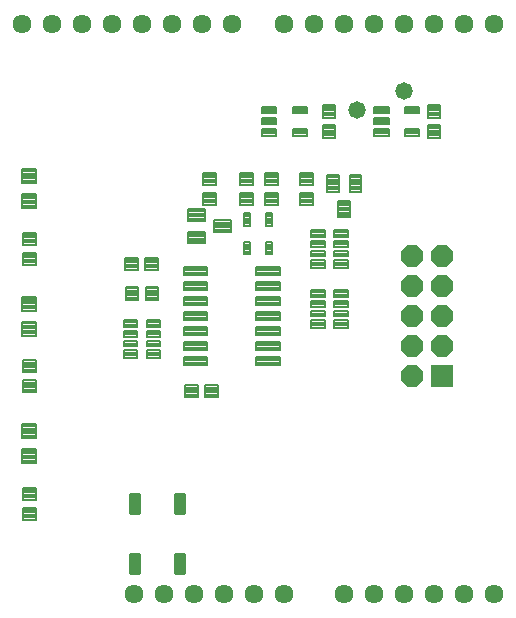
<source format=gts>
G75*
G70*
%OFA0B0*%
%FSLAX24Y24*%
%IPPOS*%
%LPD*%
%AMOC8*
5,1,8,0,0,1.08239X$1,22.5*
%
%ADD10C,0.0081*%
%ADD11C,0.0083*%
%ADD12C,0.0082*%
%ADD13C,0.0080*%
%ADD14C,0.0084*%
%ADD15C,0.0635*%
%ADD16C,0.0080*%
%ADD17C,0.0081*%
%ADD18C,0.0082*%
%ADD19R,0.0720X0.0720*%
%ADD20OC8,0.0720*%
%ADD21C,0.0580*%
D10*
X010066Y003150D02*
X010066Y003544D01*
X010498Y003544D01*
X010498Y003150D01*
X010066Y003150D01*
X010066Y003230D02*
X010498Y003230D01*
X010498Y003310D02*
X010066Y003310D01*
X010066Y003390D02*
X010498Y003390D01*
X010498Y003470D02*
X010066Y003470D01*
X010066Y003819D02*
X010066Y004213D01*
X010498Y004213D01*
X010498Y003819D01*
X010066Y003819D01*
X010066Y003899D02*
X010498Y003899D01*
X010498Y003979D02*
X010066Y003979D01*
X010066Y004059D02*
X010498Y004059D01*
X010498Y004139D02*
X010066Y004139D01*
X015482Y007234D02*
X015914Y007234D01*
X015482Y007234D02*
X015482Y007628D01*
X015914Y007628D01*
X015914Y007234D01*
X015914Y007314D02*
X015482Y007314D01*
X015482Y007394D02*
X015914Y007394D01*
X015914Y007474D02*
X015482Y007474D01*
X015482Y007554D02*
X015914Y007554D01*
X016151Y007234D02*
X016583Y007234D01*
X016151Y007234D02*
X016151Y007628D01*
X016583Y007628D01*
X016583Y007234D01*
X016583Y007314D02*
X016151Y007314D01*
X016151Y007394D02*
X016583Y007394D01*
X016583Y007474D02*
X016151Y007474D01*
X016151Y007554D02*
X016583Y007554D01*
X014564Y010465D02*
X014170Y010465D01*
X014170Y010897D01*
X014564Y010897D01*
X014564Y010465D01*
X014564Y010545D02*
X014170Y010545D01*
X014170Y010625D02*
X014564Y010625D01*
X014564Y010705D02*
X014170Y010705D01*
X014170Y010785D02*
X014564Y010785D01*
X014564Y010865D02*
X014170Y010865D01*
X013895Y010465D02*
X013501Y010465D01*
X013501Y010897D01*
X013895Y010897D01*
X013895Y010465D01*
X013895Y010545D02*
X013501Y010545D01*
X013501Y010625D02*
X013895Y010625D01*
X013895Y010705D02*
X013501Y010705D01*
X013501Y010785D02*
X013895Y010785D01*
X013895Y010865D02*
X013501Y010865D01*
X013482Y011878D02*
X013914Y011878D01*
X013914Y011484D01*
X013482Y011484D01*
X013482Y011878D01*
X013482Y011564D02*
X013914Y011564D01*
X013914Y011644D02*
X013482Y011644D01*
X013482Y011724D02*
X013914Y011724D01*
X013914Y011804D02*
X013482Y011804D01*
X014151Y011878D02*
X014583Y011878D01*
X014583Y011484D01*
X014151Y011484D01*
X014151Y011878D01*
X014151Y011564D02*
X014583Y011564D01*
X014583Y011644D02*
X014151Y011644D01*
X014151Y011724D02*
X014583Y011724D01*
X014583Y011804D02*
X014151Y011804D01*
X015574Y012360D02*
X015574Y012754D01*
X016124Y012754D01*
X016124Y012360D01*
X015574Y012360D01*
X015574Y012440D02*
X016124Y012440D01*
X016124Y012520D02*
X015574Y012520D01*
X015574Y012600D02*
X016124Y012600D01*
X016124Y012680D02*
X015574Y012680D01*
X015574Y013108D02*
X015574Y013502D01*
X016124Y013502D01*
X016124Y013108D01*
X015574Y013108D01*
X015574Y013188D02*
X016124Y013188D01*
X016124Y013268D02*
X015574Y013268D01*
X015574Y013348D02*
X016124Y013348D01*
X016124Y013428D02*
X015574Y013428D01*
X016498Y013650D02*
X016498Y014044D01*
X016498Y013650D02*
X016066Y013650D01*
X016066Y014044D01*
X016498Y014044D01*
X016498Y013730D02*
X016066Y013730D01*
X016066Y013810D02*
X016498Y013810D01*
X016498Y013890D02*
X016066Y013890D01*
X016066Y013970D02*
X016498Y013970D01*
X016498Y014319D02*
X016498Y014713D01*
X016498Y014319D02*
X016066Y014319D01*
X016066Y014713D01*
X016498Y014713D01*
X016498Y014399D02*
X016066Y014399D01*
X016066Y014479D02*
X016498Y014479D01*
X016498Y014559D02*
X016066Y014559D01*
X016066Y014639D02*
X016498Y014639D01*
X017748Y014713D02*
X017748Y014319D01*
X017316Y014319D01*
X017316Y014713D01*
X017748Y014713D01*
X017748Y014399D02*
X017316Y014399D01*
X017316Y014479D02*
X017748Y014479D01*
X017748Y014559D02*
X017316Y014559D01*
X017316Y014639D02*
X017748Y014639D01*
X018561Y014713D02*
X018561Y014319D01*
X018129Y014319D01*
X018129Y014713D01*
X018561Y014713D01*
X018561Y014399D02*
X018129Y014399D01*
X018129Y014479D02*
X018561Y014479D01*
X018561Y014559D02*
X018129Y014559D01*
X018129Y014639D02*
X018561Y014639D01*
X019748Y014713D02*
X019748Y014319D01*
X019316Y014319D01*
X019316Y014713D01*
X019748Y014713D01*
X019748Y014399D02*
X019316Y014399D01*
X019316Y014479D02*
X019748Y014479D01*
X019748Y014559D02*
X019316Y014559D01*
X019316Y014639D02*
X019748Y014639D01*
X020211Y014639D02*
X020605Y014639D01*
X020605Y014089D01*
X020211Y014089D01*
X020211Y014639D01*
X020211Y014169D02*
X020605Y014169D01*
X020605Y014249D02*
X020211Y014249D01*
X020211Y014329D02*
X020605Y014329D01*
X020605Y014409D02*
X020211Y014409D01*
X020211Y014489D02*
X020605Y014489D01*
X020605Y014569D02*
X020211Y014569D01*
X020959Y014639D02*
X021353Y014639D01*
X021353Y014089D01*
X020959Y014089D01*
X020959Y014639D01*
X020959Y014169D02*
X021353Y014169D01*
X021353Y014249D02*
X020959Y014249D01*
X020959Y014329D02*
X021353Y014329D01*
X021353Y014409D02*
X020959Y014409D01*
X020959Y014489D02*
X021353Y014489D01*
X021353Y014569D02*
X020959Y014569D01*
X019748Y014044D02*
X019748Y013650D01*
X019316Y013650D01*
X019316Y014044D01*
X019748Y014044D01*
X019748Y013730D02*
X019316Y013730D01*
X019316Y013810D02*
X019748Y013810D01*
X019748Y013890D02*
X019316Y013890D01*
X019316Y013970D02*
X019748Y013970D01*
X020585Y013773D02*
X020979Y013773D01*
X020979Y013223D01*
X020585Y013223D01*
X020585Y013773D01*
X020585Y013303D02*
X020979Y013303D01*
X020979Y013383D02*
X020585Y013383D01*
X020585Y013463D02*
X020979Y013463D01*
X020979Y013543D02*
X020585Y013543D01*
X020585Y013623D02*
X020979Y013623D01*
X020979Y013703D02*
X020585Y013703D01*
X018561Y013650D02*
X018561Y014044D01*
X018561Y013650D02*
X018129Y013650D01*
X018129Y014044D01*
X018561Y014044D01*
X018561Y013730D02*
X018129Y013730D01*
X018129Y013810D02*
X018561Y013810D01*
X018561Y013890D02*
X018129Y013890D01*
X018129Y013970D02*
X018561Y013970D01*
X017748Y014044D02*
X017748Y013650D01*
X017316Y013650D01*
X017316Y014044D01*
X017748Y014044D01*
X017748Y013730D02*
X017316Y013730D01*
X017316Y013810D02*
X017748Y013810D01*
X017748Y013890D02*
X017316Y013890D01*
X017316Y013970D02*
X017748Y013970D01*
X016440Y013128D02*
X016440Y012734D01*
X016440Y013128D02*
X016990Y013128D01*
X016990Y012734D01*
X016440Y012734D01*
X016440Y012814D02*
X016990Y012814D01*
X016990Y012894D02*
X016440Y012894D01*
X016440Y012974D02*
X016990Y012974D01*
X016990Y013054D02*
X016440Y013054D01*
X020085Y015881D02*
X020085Y016313D01*
X020479Y016313D01*
X020479Y015881D01*
X020085Y015881D01*
X020085Y015961D02*
X020479Y015961D01*
X020479Y016041D02*
X020085Y016041D01*
X020085Y016121D02*
X020479Y016121D01*
X020479Y016201D02*
X020085Y016201D01*
X020085Y016281D02*
X020479Y016281D01*
X020085Y016550D02*
X020085Y016982D01*
X020479Y016982D01*
X020479Y016550D01*
X020085Y016550D01*
X020085Y016630D02*
X020479Y016630D01*
X020479Y016710D02*
X020085Y016710D01*
X020085Y016790D02*
X020479Y016790D01*
X020479Y016870D02*
X020085Y016870D01*
X020085Y016950D02*
X020479Y016950D01*
X023585Y016982D02*
X023585Y016550D01*
X023585Y016982D02*
X023979Y016982D01*
X023979Y016550D01*
X023585Y016550D01*
X023585Y016630D02*
X023979Y016630D01*
X023979Y016710D02*
X023585Y016710D01*
X023585Y016790D02*
X023979Y016790D01*
X023979Y016870D02*
X023585Y016870D01*
X023585Y016950D02*
X023979Y016950D01*
X023585Y016313D02*
X023585Y015881D01*
X023585Y016313D02*
X023979Y016313D01*
X023979Y015881D01*
X023585Y015881D01*
X023585Y015961D02*
X023979Y015961D01*
X023979Y016041D02*
X023585Y016041D01*
X023585Y016121D02*
X023979Y016121D01*
X023979Y016201D02*
X023585Y016201D01*
X023585Y016281D02*
X023979Y016281D01*
X010066Y012713D02*
X010066Y012319D01*
X010066Y012713D02*
X010498Y012713D01*
X010498Y012319D01*
X010066Y012319D01*
X010066Y012399D02*
X010498Y012399D01*
X010498Y012479D02*
X010066Y012479D01*
X010066Y012559D02*
X010498Y012559D01*
X010498Y012639D02*
X010066Y012639D01*
X010066Y012044D02*
X010066Y011650D01*
X010066Y012044D02*
X010498Y012044D01*
X010498Y011650D01*
X010066Y011650D01*
X010066Y011730D02*
X010498Y011730D01*
X010498Y011810D02*
X010066Y011810D01*
X010066Y011890D02*
X010498Y011890D01*
X010498Y011970D02*
X010066Y011970D01*
X010066Y008463D02*
X010066Y008069D01*
X010066Y008463D02*
X010498Y008463D01*
X010498Y008069D01*
X010066Y008069D01*
X010066Y008149D02*
X010498Y008149D01*
X010498Y008229D02*
X010066Y008229D01*
X010066Y008309D02*
X010498Y008309D01*
X010498Y008389D02*
X010066Y008389D01*
X010066Y007794D02*
X010066Y007400D01*
X010066Y007794D02*
X010498Y007794D01*
X010498Y007400D01*
X010066Y007400D01*
X010066Y007480D02*
X010498Y007480D01*
X010498Y007560D02*
X010066Y007560D01*
X010066Y007640D02*
X010498Y007640D01*
X010498Y007720D02*
X010066Y007720D01*
D11*
X010047Y005860D02*
X010517Y005860D01*
X010047Y005860D02*
X010047Y006330D01*
X010517Y006330D01*
X010517Y005860D01*
X010517Y005942D02*
X010047Y005942D01*
X010047Y006024D02*
X010517Y006024D01*
X010517Y006106D02*
X010047Y006106D01*
X010047Y006188D02*
X010517Y006188D01*
X010517Y006270D02*
X010047Y006270D01*
X010047Y005033D02*
X010517Y005033D01*
X010047Y005033D02*
X010047Y005503D01*
X010517Y005503D01*
X010517Y005033D01*
X010517Y005115D02*
X010047Y005115D01*
X010047Y005197D02*
X010517Y005197D01*
X010517Y005279D02*
X010047Y005279D01*
X010047Y005361D02*
X010517Y005361D01*
X010517Y005443D02*
X010047Y005443D01*
X010047Y009283D02*
X010517Y009283D01*
X010047Y009283D02*
X010047Y009753D01*
X010517Y009753D01*
X010517Y009283D01*
X010517Y009365D02*
X010047Y009365D01*
X010047Y009447D02*
X010517Y009447D01*
X010517Y009529D02*
X010047Y009529D01*
X010047Y009611D02*
X010517Y009611D01*
X010517Y009693D02*
X010047Y009693D01*
X010047Y010110D02*
X010517Y010110D01*
X010047Y010110D02*
X010047Y010580D01*
X010517Y010580D01*
X010517Y010110D01*
X010517Y010192D02*
X010047Y010192D01*
X010047Y010274D02*
X010517Y010274D01*
X010517Y010356D02*
X010047Y010356D01*
X010047Y010438D02*
X010517Y010438D01*
X010517Y010520D02*
X010047Y010520D01*
X010047Y013533D02*
X010517Y013533D01*
X010047Y013533D02*
X010047Y014003D01*
X010517Y014003D01*
X010517Y013533D01*
X010517Y013615D02*
X010047Y013615D01*
X010047Y013697D02*
X010517Y013697D01*
X010517Y013779D02*
X010047Y013779D01*
X010047Y013861D02*
X010517Y013861D01*
X010517Y013943D02*
X010047Y013943D01*
X010047Y014360D02*
X010517Y014360D01*
X010047Y014360D02*
X010047Y014830D01*
X010517Y014830D01*
X010517Y014360D01*
X010517Y014442D02*
X010047Y014442D01*
X010047Y014524D02*
X010517Y014524D01*
X010517Y014606D02*
X010047Y014606D01*
X010047Y014688D02*
X010517Y014688D01*
X010517Y014770D02*
X010047Y014770D01*
D12*
X016221Y011560D02*
X016221Y011302D01*
X015423Y011302D01*
X015423Y011560D01*
X016221Y011560D01*
X016221Y011383D02*
X015423Y011383D01*
X015423Y011464D02*
X016221Y011464D01*
X016221Y011545D02*
X015423Y011545D01*
X016221Y011060D02*
X016221Y010802D01*
X015423Y010802D01*
X015423Y011060D01*
X016221Y011060D01*
X016221Y010883D02*
X015423Y010883D01*
X015423Y010964D02*
X016221Y010964D01*
X016221Y011045D02*
X015423Y011045D01*
X016221Y010560D02*
X016221Y010302D01*
X015423Y010302D01*
X015423Y010560D01*
X016221Y010560D01*
X016221Y010383D02*
X015423Y010383D01*
X015423Y010464D02*
X016221Y010464D01*
X016221Y010545D02*
X015423Y010545D01*
X016221Y010060D02*
X016221Y009802D01*
X015423Y009802D01*
X015423Y010060D01*
X016221Y010060D01*
X016221Y009883D02*
X015423Y009883D01*
X015423Y009964D02*
X016221Y009964D01*
X016221Y010045D02*
X015423Y010045D01*
X016221Y009560D02*
X016221Y009302D01*
X015423Y009302D01*
X015423Y009560D01*
X016221Y009560D01*
X016221Y009383D02*
X015423Y009383D01*
X015423Y009464D02*
X016221Y009464D01*
X016221Y009545D02*
X015423Y009545D01*
X016221Y009060D02*
X016221Y008802D01*
X015423Y008802D01*
X015423Y009060D01*
X016221Y009060D01*
X016221Y008883D02*
X015423Y008883D01*
X015423Y008964D02*
X016221Y008964D01*
X016221Y009045D02*
X015423Y009045D01*
X016221Y008560D02*
X016221Y008302D01*
X015423Y008302D01*
X015423Y008560D01*
X016221Y008560D01*
X016221Y008383D02*
X015423Y008383D01*
X015423Y008464D02*
X016221Y008464D01*
X016221Y008545D02*
X015423Y008545D01*
X018641Y008560D02*
X018641Y008302D01*
X017843Y008302D01*
X017843Y008560D01*
X018641Y008560D01*
X018641Y008383D02*
X017843Y008383D01*
X017843Y008464D02*
X018641Y008464D01*
X018641Y008545D02*
X017843Y008545D01*
X018641Y008802D02*
X018641Y009060D01*
X018641Y008802D02*
X017843Y008802D01*
X017843Y009060D01*
X018641Y009060D01*
X018641Y008883D02*
X017843Y008883D01*
X017843Y008964D02*
X018641Y008964D01*
X018641Y009045D02*
X017843Y009045D01*
X018641Y009302D02*
X018641Y009560D01*
X018641Y009302D02*
X017843Y009302D01*
X017843Y009560D01*
X018641Y009560D01*
X018641Y009383D02*
X017843Y009383D01*
X017843Y009464D02*
X018641Y009464D01*
X018641Y009545D02*
X017843Y009545D01*
X018641Y009802D02*
X018641Y010060D01*
X018641Y009802D02*
X017843Y009802D01*
X017843Y010060D01*
X018641Y010060D01*
X018641Y009883D02*
X017843Y009883D01*
X017843Y009964D02*
X018641Y009964D01*
X018641Y010045D02*
X017843Y010045D01*
X018641Y010302D02*
X018641Y010560D01*
X018641Y010302D02*
X017843Y010302D01*
X017843Y010560D01*
X018641Y010560D01*
X018641Y010383D02*
X017843Y010383D01*
X017843Y010464D02*
X018641Y010464D01*
X018641Y010545D02*
X017843Y010545D01*
X018641Y010802D02*
X018641Y011060D01*
X018641Y010802D02*
X017843Y010802D01*
X017843Y011060D01*
X018641Y011060D01*
X018641Y010883D02*
X017843Y010883D01*
X017843Y010964D02*
X018641Y010964D01*
X018641Y011045D02*
X017843Y011045D01*
X018641Y011302D02*
X018641Y011560D01*
X018641Y011302D02*
X017843Y011302D01*
X017843Y011560D01*
X018641Y011560D01*
X018641Y011383D02*
X017843Y011383D01*
X017843Y011464D02*
X018641Y011464D01*
X018641Y011545D02*
X017843Y011545D01*
D13*
X018034Y015949D02*
X018034Y016165D01*
X018506Y016165D01*
X018506Y015949D01*
X018034Y015949D01*
X018034Y016028D02*
X018506Y016028D01*
X018506Y016107D02*
X018034Y016107D01*
X018034Y016323D02*
X018034Y016539D01*
X018506Y016539D01*
X018506Y016323D01*
X018034Y016323D01*
X018034Y016402D02*
X018506Y016402D01*
X018506Y016481D02*
X018034Y016481D01*
X018034Y016697D02*
X018034Y016913D01*
X018506Y016913D01*
X018506Y016697D01*
X018034Y016697D01*
X018034Y016776D02*
X018506Y016776D01*
X018506Y016855D02*
X018034Y016855D01*
X019058Y016913D02*
X019058Y016697D01*
X019058Y016913D02*
X019530Y016913D01*
X019530Y016697D01*
X019058Y016697D01*
X019058Y016776D02*
X019530Y016776D01*
X019530Y016855D02*
X019058Y016855D01*
X019058Y016165D02*
X019058Y015949D01*
X019058Y016165D02*
X019530Y016165D01*
X019530Y015949D01*
X019058Y015949D01*
X019058Y016028D02*
X019530Y016028D01*
X019530Y016107D02*
X019058Y016107D01*
X021784Y016165D02*
X021784Y015949D01*
X021784Y016165D02*
X022256Y016165D01*
X022256Y015949D01*
X021784Y015949D01*
X021784Y016028D02*
X022256Y016028D01*
X022256Y016107D02*
X021784Y016107D01*
X021784Y016323D02*
X021784Y016539D01*
X022256Y016539D01*
X022256Y016323D01*
X021784Y016323D01*
X021784Y016402D02*
X022256Y016402D01*
X022256Y016481D02*
X021784Y016481D01*
X021784Y016697D02*
X021784Y016913D01*
X022256Y016913D01*
X022256Y016697D01*
X021784Y016697D01*
X021784Y016776D02*
X022256Y016776D01*
X022256Y016855D02*
X021784Y016855D01*
X022808Y016913D02*
X022808Y016697D01*
X022808Y016913D02*
X023280Y016913D01*
X023280Y016697D01*
X022808Y016697D01*
X022808Y016776D02*
X023280Y016776D01*
X023280Y016855D02*
X022808Y016855D01*
X022808Y016165D02*
X022808Y015949D01*
X022808Y016165D02*
X023280Y016165D01*
X023280Y015949D01*
X022808Y015949D01*
X022808Y016028D02*
X023280Y016028D01*
X023280Y016107D02*
X022808Y016107D01*
D14*
X015430Y004004D02*
X015134Y004004D01*
X015430Y004004D02*
X015430Y003358D01*
X015134Y003358D01*
X015134Y004004D01*
X015134Y003441D02*
X015430Y003441D01*
X015430Y003524D02*
X015134Y003524D01*
X015134Y003607D02*
X015430Y003607D01*
X015430Y003690D02*
X015134Y003690D01*
X015134Y003773D02*
X015430Y003773D01*
X015430Y003856D02*
X015134Y003856D01*
X015134Y003939D02*
X015430Y003939D01*
X013930Y004004D02*
X013634Y004004D01*
X013930Y004004D02*
X013930Y003358D01*
X013634Y003358D01*
X013634Y004004D01*
X013634Y003441D02*
X013930Y003441D01*
X013930Y003524D02*
X013634Y003524D01*
X013634Y003607D02*
X013930Y003607D01*
X013930Y003690D02*
X013634Y003690D01*
X013634Y003773D02*
X013930Y003773D01*
X013930Y003856D02*
X013634Y003856D01*
X013634Y003939D02*
X013930Y003939D01*
X013930Y002004D02*
X013634Y002004D01*
X013930Y002004D02*
X013930Y001358D01*
X013634Y001358D01*
X013634Y002004D01*
X013634Y001441D02*
X013930Y001441D01*
X013930Y001524D02*
X013634Y001524D01*
X013634Y001607D02*
X013930Y001607D01*
X013930Y001690D02*
X013634Y001690D01*
X013634Y001773D02*
X013930Y001773D01*
X013930Y001856D02*
X013634Y001856D01*
X013634Y001939D02*
X013930Y001939D01*
X015134Y002004D02*
X015430Y002004D01*
X015430Y001358D01*
X015134Y001358D01*
X015134Y002004D01*
X015134Y001441D02*
X015430Y001441D01*
X015430Y001524D02*
X015134Y001524D01*
X015134Y001607D02*
X015430Y001607D01*
X015430Y001690D02*
X015134Y001690D01*
X015134Y001773D02*
X015430Y001773D01*
X015430Y001856D02*
X015134Y001856D01*
X015134Y001939D02*
X015430Y001939D01*
D15*
X015782Y000681D03*
X014782Y000681D03*
X013782Y000681D03*
X016782Y000681D03*
X017782Y000681D03*
X018782Y000681D03*
X020782Y000681D03*
X021782Y000681D03*
X022782Y000681D03*
X023782Y000681D03*
X024782Y000681D03*
X025782Y000681D03*
X025782Y019681D03*
X024782Y019681D03*
X023782Y019681D03*
X022782Y019681D03*
X021782Y019681D03*
X020782Y019681D03*
X019782Y019681D03*
X018782Y019681D03*
X017032Y019681D03*
X016032Y019681D03*
X015032Y019681D03*
X014032Y019681D03*
X013032Y019681D03*
X012032Y019681D03*
X011032Y019681D03*
X010032Y019681D03*
D16*
X017434Y013360D02*
X017630Y013360D01*
X017630Y012948D01*
X017434Y012948D01*
X017434Y013360D01*
X017434Y013027D02*
X017630Y013027D01*
X017630Y013106D02*
X017434Y013106D01*
X017434Y013185D02*
X017630Y013185D01*
X017630Y013264D02*
X017434Y013264D01*
X017434Y013343D02*
X017630Y013343D01*
X018184Y013360D02*
X018380Y013360D01*
X018380Y012948D01*
X018184Y012948D01*
X018184Y013360D01*
X018184Y013027D02*
X018380Y013027D01*
X018380Y013106D02*
X018184Y013106D01*
X018184Y013185D02*
X018380Y013185D01*
X018380Y013264D02*
X018184Y013264D01*
X018184Y013343D02*
X018380Y013343D01*
X018380Y012415D02*
X018184Y012415D01*
X018380Y012415D02*
X018380Y012003D01*
X018184Y012003D01*
X018184Y012415D01*
X018184Y012082D02*
X018380Y012082D01*
X018380Y012161D02*
X018184Y012161D01*
X018184Y012240D02*
X018380Y012240D01*
X018380Y012319D02*
X018184Y012319D01*
X018184Y012398D02*
X018380Y012398D01*
X017630Y012415D02*
X017434Y012415D01*
X017630Y012415D02*
X017630Y012003D01*
X017434Y012003D01*
X017434Y012415D01*
X017434Y012082D02*
X017630Y012082D01*
X017630Y012161D02*
X017434Y012161D01*
X017434Y012240D02*
X017630Y012240D01*
X017630Y012319D02*
X017434Y012319D01*
X017434Y012398D02*
X017630Y012398D01*
D17*
X019672Y012425D02*
X019672Y012253D01*
X019672Y012425D02*
X020124Y012425D01*
X020124Y012253D01*
X019672Y012253D01*
X019672Y012333D02*
X020124Y012333D01*
X020124Y012413D02*
X019672Y012413D01*
X019672Y012110D02*
X019672Y011938D01*
X019672Y012110D02*
X020124Y012110D01*
X020124Y011938D01*
X019672Y011938D01*
X019672Y012018D02*
X020124Y012018D01*
X020124Y012098D02*
X019672Y012098D01*
X020440Y012110D02*
X020440Y011938D01*
X020440Y012110D02*
X020892Y012110D01*
X020892Y011938D01*
X020440Y011938D01*
X020440Y012018D02*
X020892Y012018D01*
X020892Y012098D02*
X020440Y012098D01*
X020440Y012253D02*
X020440Y012425D01*
X020892Y012425D01*
X020892Y012253D01*
X020440Y012253D01*
X020440Y012333D02*
X020892Y012333D01*
X020892Y012413D02*
X020440Y012413D01*
X020440Y010425D02*
X020440Y010253D01*
X020440Y010425D02*
X020892Y010425D01*
X020892Y010253D01*
X020440Y010253D01*
X020440Y010333D02*
X020892Y010333D01*
X020892Y010413D02*
X020440Y010413D01*
X020440Y010110D02*
X020440Y009938D01*
X020440Y010110D02*
X020892Y010110D01*
X020892Y009938D01*
X020440Y009938D01*
X020440Y010018D02*
X020892Y010018D01*
X020892Y010098D02*
X020440Y010098D01*
X019672Y010110D02*
X019672Y009938D01*
X019672Y010110D02*
X020124Y010110D01*
X020124Y009938D01*
X019672Y009938D01*
X019672Y010018D02*
X020124Y010018D01*
X020124Y010098D02*
X019672Y010098D01*
X019672Y010253D02*
X019672Y010425D01*
X020124Y010425D01*
X020124Y010253D01*
X019672Y010253D01*
X019672Y010333D02*
X020124Y010333D01*
X020124Y010413D02*
X019672Y010413D01*
X014190Y009425D02*
X014190Y009253D01*
X014190Y009425D02*
X014642Y009425D01*
X014642Y009253D01*
X014190Y009253D01*
X014190Y009333D02*
X014642Y009333D01*
X014642Y009413D02*
X014190Y009413D01*
X014190Y009110D02*
X014190Y008938D01*
X014190Y009110D02*
X014642Y009110D01*
X014642Y008938D01*
X014190Y008938D01*
X014190Y009018D02*
X014642Y009018D01*
X014642Y009098D02*
X014190Y009098D01*
X013422Y009110D02*
X013422Y008938D01*
X013422Y009110D02*
X013874Y009110D01*
X013874Y008938D01*
X013422Y008938D01*
X013422Y009018D02*
X013874Y009018D01*
X013874Y009098D02*
X013422Y009098D01*
X013422Y009253D02*
X013422Y009425D01*
X013874Y009425D01*
X013874Y009253D01*
X013422Y009253D01*
X013422Y009333D02*
X013874Y009333D01*
X013874Y009413D02*
X013422Y009413D01*
D18*
X013423Y009568D02*
X013423Y009814D01*
X013873Y009814D01*
X013873Y009568D01*
X013423Y009568D01*
X013423Y009649D02*
X013873Y009649D01*
X013873Y009730D02*
X013423Y009730D01*
X013423Y009811D02*
X013873Y009811D01*
X014191Y009814D02*
X014191Y009568D01*
X014191Y009814D02*
X014641Y009814D01*
X014641Y009568D01*
X014191Y009568D01*
X014191Y009649D02*
X014641Y009649D01*
X014641Y009730D02*
X014191Y009730D01*
X014191Y009811D02*
X014641Y009811D01*
X014191Y008795D02*
X014191Y008549D01*
X014191Y008795D02*
X014641Y008795D01*
X014641Y008549D01*
X014191Y008549D01*
X014191Y008630D02*
X014641Y008630D01*
X014641Y008711D02*
X014191Y008711D01*
X014191Y008792D02*
X014641Y008792D01*
X013423Y008795D02*
X013423Y008549D01*
X013423Y008795D02*
X013873Y008795D01*
X013873Y008549D01*
X013423Y008549D01*
X013423Y008630D02*
X013873Y008630D01*
X013873Y008711D02*
X013423Y008711D01*
X013423Y008792D02*
X013873Y008792D01*
X019673Y009549D02*
X019673Y009795D01*
X020123Y009795D01*
X020123Y009549D01*
X019673Y009549D01*
X019673Y009630D02*
X020123Y009630D01*
X020123Y009711D02*
X019673Y009711D01*
X019673Y009792D02*
X020123Y009792D01*
X020441Y009795D02*
X020441Y009549D01*
X020441Y009795D02*
X020891Y009795D01*
X020891Y009549D01*
X020441Y009549D01*
X020441Y009630D02*
X020891Y009630D01*
X020891Y009711D02*
X020441Y009711D01*
X020441Y009792D02*
X020891Y009792D01*
X020441Y010568D02*
X020441Y010814D01*
X020891Y010814D01*
X020891Y010568D01*
X020441Y010568D01*
X020441Y010649D02*
X020891Y010649D01*
X020891Y010730D02*
X020441Y010730D01*
X020441Y010811D02*
X020891Y010811D01*
X019673Y010814D02*
X019673Y010568D01*
X019673Y010814D02*
X020123Y010814D01*
X020123Y010568D01*
X019673Y010568D01*
X019673Y010649D02*
X020123Y010649D01*
X020123Y010730D02*
X019673Y010730D01*
X019673Y010811D02*
X020123Y010811D01*
X019673Y011549D02*
X019673Y011795D01*
X020123Y011795D01*
X020123Y011549D01*
X019673Y011549D01*
X019673Y011630D02*
X020123Y011630D01*
X020123Y011711D02*
X019673Y011711D01*
X019673Y011792D02*
X020123Y011792D01*
X020441Y011795D02*
X020441Y011549D01*
X020441Y011795D02*
X020891Y011795D01*
X020891Y011549D01*
X020441Y011549D01*
X020441Y011630D02*
X020891Y011630D01*
X020891Y011711D02*
X020441Y011711D01*
X020441Y011792D02*
X020891Y011792D01*
X020441Y012568D02*
X020441Y012814D01*
X020891Y012814D01*
X020891Y012568D01*
X020441Y012568D01*
X020441Y012649D02*
X020891Y012649D01*
X020891Y012730D02*
X020441Y012730D01*
X020441Y012811D02*
X020891Y012811D01*
X019673Y012814D02*
X019673Y012568D01*
X019673Y012814D02*
X020123Y012814D01*
X020123Y012568D01*
X019673Y012568D01*
X019673Y012649D02*
X020123Y012649D01*
X020123Y012730D02*
X019673Y012730D01*
X019673Y012811D02*
X020123Y012811D01*
D19*
X024032Y007931D03*
D20*
X023032Y007931D03*
X023032Y008931D03*
X024032Y008931D03*
X024032Y009931D03*
X023032Y009931D03*
X023032Y010931D03*
X024032Y010931D03*
X024032Y011931D03*
X023032Y011931D03*
D21*
X021220Y016806D03*
X022782Y017431D03*
M02*

</source>
